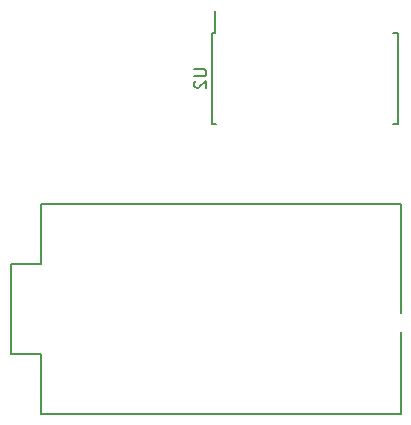
<source format=gbo>
%TF.GenerationSoftware,KiCad,Pcbnew,(6.0.8)*%
%TF.CreationDate,2023-03-19T19:58:51-07:00*%
%TF.ProjectId,Dissatisfaction65,44697373-6174-4697-9366-616374696f6e,rev?*%
%TF.SameCoordinates,Original*%
%TF.FileFunction,Legend,Bot*%
%TF.FilePolarity,Positive*%
%FSLAX46Y46*%
G04 Gerber Fmt 4.6, Leading zero omitted, Abs format (unit mm)*
G04 Created by KiCad (PCBNEW (6.0.8)) date 2023-03-19 19:58:51*
%MOMM*%
%LPD*%
G01*
G04 APERTURE LIST*
%ADD10C,0.150000*%
%ADD11R,1.600000X1.600000*%
%ADD12C,1.600000*%
%ADD13O,1.600000X1.600000*%
%ADD14C,3.987800*%
%ADD15C,1.750000*%
%ADD16C,2.250000*%
%ADD17C,3.048000*%
%ADD18R,2.000000X2.000000*%
%ADD19C,2.000000*%
%ADD20R,2.000000X3.200000*%
%ADD21R,1.700000X1.700000*%
%ADD22O,1.700000X1.700000*%
%ADD23C,1.524000*%
%ADD24R,0.600000X2.000000*%
G04 APERTURE END LIST*
D10*
X31800380Y-23750095D02*
X32609904Y-23750095D01*
X32705142Y-23797714D01*
X32752761Y-23845333D01*
X32800380Y-23940571D01*
X32800380Y-24131047D01*
X32752761Y-24226285D01*
X32705142Y-24273904D01*
X32609904Y-24321523D01*
X31800380Y-24321523D01*
X31895619Y-24750095D02*
X31848000Y-24797714D01*
X31800380Y-24892952D01*
X31800380Y-25131047D01*
X31848000Y-25226285D01*
X31895619Y-25273904D01*
X31990857Y-25321523D01*
X32086095Y-25321523D01*
X32228952Y-25273904D01*
X32800380Y-24702476D01*
X32800380Y-25321523D01*
X33548000Y-20637000D02*
X33548000Y-18812000D01*
X33273000Y-20637000D02*
X33273000Y-28387000D01*
X49023000Y-28387000D02*
X48658000Y-28387000D01*
X33273000Y-28387000D02*
X33638000Y-28387000D01*
X49023000Y-20637000D02*
X49023000Y-28387000D01*
X49023000Y-20637000D02*
X48658000Y-20637000D01*
X33273000Y-20637000D02*
X33548000Y-20637000D01*
X49270000Y-52920000D02*
X49270000Y-35140000D01*
X18790000Y-47840000D02*
X18790000Y-52920000D01*
X16250000Y-47840000D02*
X18790000Y-47840000D01*
X16250000Y-40220000D02*
X16250000Y-47840000D01*
X18790000Y-40220000D02*
X16250000Y-40220000D01*
X18790000Y-35140000D02*
X18790000Y-40220000D01*
X18790000Y-35140000D02*
X49270000Y-35140000D01*
X18790000Y-52920000D02*
X49270000Y-52920000D01*
D11*
X20060000Y-36410000D03*
D12*
X22600000Y-36410000D03*
X25140000Y-36410000D03*
X27680000Y-36410000D03*
X30220000Y-36410000D03*
X32760000Y-36410000D03*
X35300000Y-36410000D03*
X37840000Y-36410000D03*
X40380000Y-36410000D03*
X42920000Y-36410000D03*
X45460000Y-36410000D03*
X48000000Y-36410000D03*
X48000000Y-51650000D03*
X45460000Y-51650000D03*
X42920000Y-51650000D03*
X40380000Y-51650000D03*
X37840000Y-51650000D03*
X35300000Y-51650000D03*
X32760000Y-51650000D03*
X30220000Y-51650000D03*
X27680000Y-51650000D03*
X25140000Y-51650000D03*
X22600000Y-51650000D03*
X20060000Y-51650000D03*
%LPC*%
D11*
X34925000Y-49212500D03*
D13*
X34925000Y-41592500D03*
D11*
X53975000Y-49212500D03*
D13*
X53975000Y-41592500D03*
D11*
X73025000Y-49212500D03*
D13*
X73025000Y-41592500D03*
D11*
X92075000Y-49212500D03*
D13*
X92075000Y-41592500D03*
D11*
X111125000Y-49212500D03*
D13*
X111125000Y-41592500D03*
D11*
X130175000Y-49212500D03*
D13*
X130175000Y-41592500D03*
D11*
X149225000Y-49212500D03*
D13*
X149225000Y-41592500D03*
D11*
X168275000Y-49212500D03*
D13*
X168275000Y-41592500D03*
D11*
X187325000Y-49212500D03*
D13*
X187325000Y-41592500D03*
D11*
X206375000Y-49212500D03*
D13*
X206375000Y-41592500D03*
D11*
X225425000Y-49212500D03*
D13*
X225425000Y-41592500D03*
D11*
X244475000Y-49212500D03*
D13*
X244475000Y-41592500D03*
D11*
X263525000Y-49212500D03*
D13*
X263525000Y-41592500D03*
D11*
X301625000Y-49212500D03*
D13*
X301625000Y-41592500D03*
D11*
X42068750Y-68262500D03*
D13*
X42068750Y-60642500D03*
D11*
X63500000Y-68262500D03*
D13*
X63500000Y-60642500D03*
D11*
X82550000Y-68262500D03*
D13*
X82550000Y-60642500D03*
D11*
X101600000Y-68262500D03*
D13*
X101600000Y-60642500D03*
D11*
X120650000Y-68262500D03*
D13*
X120650000Y-60642500D03*
D11*
X139700000Y-68262500D03*
D13*
X139700000Y-60642500D03*
D11*
X158750000Y-68262500D03*
D13*
X158750000Y-60642500D03*
D11*
X177800000Y-68262500D03*
D13*
X177800000Y-60642500D03*
D11*
X196850000Y-68262500D03*
D13*
X196850000Y-60642500D03*
D11*
X215900000Y-68262500D03*
D13*
X215900000Y-60642500D03*
D11*
X234950000Y-68262500D03*
D13*
X234950000Y-60642500D03*
D11*
X254000000Y-68262500D03*
D13*
X254000000Y-60642500D03*
D11*
X273050000Y-68262500D03*
D13*
X273050000Y-60642500D03*
D11*
X301625000Y-68262500D03*
D13*
X301625000Y-60642500D03*
D11*
X311150000Y-68262500D03*
D13*
X311150000Y-60642500D03*
D11*
X44450000Y-87312500D03*
D13*
X44450000Y-79692500D03*
D11*
X68262500Y-87312500D03*
D13*
X68262500Y-79692500D03*
D11*
X87312500Y-87312500D03*
D13*
X87312500Y-79692500D03*
D11*
X106362500Y-87312500D03*
D13*
X106362500Y-79692500D03*
D11*
X125412500Y-87312500D03*
D13*
X125412500Y-79692500D03*
D11*
X144462500Y-87312500D03*
D13*
X144462500Y-79692500D03*
D11*
X163512500Y-87312500D03*
D13*
X163512500Y-79692500D03*
D11*
X182562500Y-87312500D03*
D13*
X182562500Y-79692500D03*
D11*
X201612500Y-87312500D03*
D13*
X201612500Y-79692500D03*
D11*
X220662500Y-87312500D03*
D13*
X220662500Y-79692500D03*
D11*
X239712500Y-87312500D03*
D13*
X239712500Y-79692500D03*
D11*
X258762500Y-87312500D03*
D13*
X258762500Y-79692500D03*
D11*
X301625000Y-87312500D03*
D13*
X301625000Y-79692500D03*
D11*
X311150000Y-87312500D03*
D13*
X311150000Y-79692500D03*
D11*
X56356250Y-106362500D03*
D13*
X56356250Y-98742500D03*
D11*
X77787500Y-106362500D03*
D13*
X77787500Y-98742500D03*
D11*
X96837500Y-106362500D03*
D13*
X96837500Y-98742500D03*
D11*
X115887500Y-106362500D03*
D13*
X115887500Y-98742500D03*
D11*
X134937500Y-106362500D03*
D13*
X134937500Y-98742500D03*
D11*
X153987500Y-106362500D03*
D13*
X153987500Y-98742500D03*
D11*
X173037500Y-106362500D03*
D13*
X173037500Y-98742500D03*
D11*
X192087500Y-106362500D03*
D13*
X192087500Y-98742500D03*
D11*
X211137500Y-106362500D03*
D13*
X211137500Y-98742500D03*
D11*
X230187500Y-106362500D03*
D13*
X230187500Y-98742500D03*
D11*
X249237500Y-106362500D03*
D13*
X249237500Y-98742500D03*
D11*
X277812500Y-106362500D03*
D13*
X277812500Y-98742500D03*
D11*
X306387500Y-106362500D03*
D13*
X306387500Y-98742500D03*
D11*
X311150000Y-106362500D03*
D13*
X311150000Y-98742500D03*
D11*
X39687500Y-125412500D03*
D13*
X39687500Y-117792500D03*
D11*
X63500000Y-125412500D03*
D13*
X63500000Y-117792500D03*
D11*
X87312500Y-125412500D03*
D13*
X87312500Y-117792500D03*
D11*
X158750000Y-125412500D03*
D13*
X158750000Y-117792500D03*
D11*
X225425000Y-125412500D03*
D13*
X225425000Y-117792500D03*
D11*
X244475000Y-125412500D03*
D13*
X244475000Y-117792500D03*
D11*
X263525000Y-125412500D03*
D13*
X263525000Y-117792500D03*
D11*
X287337500Y-130175000D03*
D13*
X287337500Y-122555000D03*
D11*
X306387500Y-130175000D03*
D13*
X306387500Y-122555000D03*
D11*
X325437500Y-130175000D03*
D13*
X325437500Y-122555000D03*
D14*
X201612500Y-102393750D03*
D15*
X206692500Y-102393750D03*
X196532500Y-102393750D03*
D16*
X197802500Y-99853750D03*
X204152500Y-97313750D03*
D14*
X220662500Y-102393750D03*
D15*
X225742500Y-102393750D03*
X215582500Y-102393750D03*
D16*
X216852500Y-99853750D03*
X223202500Y-97313750D03*
D14*
X215900000Y-45243750D03*
D15*
X220980000Y-45243750D03*
X210820000Y-45243750D03*
D16*
X212090000Y-42703750D03*
X218440000Y-40163750D03*
D15*
X49530000Y-45243750D03*
D14*
X44450000Y-45243750D03*
D15*
X39370000Y-45243750D03*
D16*
X40640000Y-42703750D03*
X46990000Y-40163750D03*
D14*
X63500000Y-45243750D03*
D15*
X58420000Y-45243750D03*
X68580000Y-45243750D03*
D16*
X59690000Y-42703750D03*
X66040000Y-40163750D03*
D15*
X77470000Y-45243750D03*
X87630000Y-45243750D03*
D14*
X82550000Y-45243750D03*
D16*
X78740000Y-42703750D03*
X85090000Y-40163750D03*
D15*
X96520000Y-45243750D03*
X106680000Y-45243750D03*
D14*
X101600000Y-45243750D03*
D16*
X97790000Y-42703750D03*
X104140000Y-40163750D03*
D14*
X120650000Y-45243750D03*
D15*
X115570000Y-45243750D03*
X125730000Y-45243750D03*
D16*
X116840000Y-42703750D03*
X123190000Y-40163750D03*
D15*
X134620000Y-45243750D03*
D14*
X139700000Y-45243750D03*
D15*
X144780000Y-45243750D03*
D16*
X135890000Y-42703750D03*
X142240000Y-40163750D03*
D14*
X158750000Y-45243750D03*
D15*
X163830000Y-45243750D03*
X153670000Y-45243750D03*
D16*
X154940000Y-42703750D03*
X161290000Y-40163750D03*
D15*
X172720000Y-45243750D03*
D14*
X177800000Y-45243750D03*
D15*
X182880000Y-45243750D03*
D16*
X173990000Y-42703750D03*
X180340000Y-40163750D03*
D15*
X191770000Y-45243750D03*
X201930000Y-45243750D03*
D14*
X196850000Y-45243750D03*
D16*
X193040000Y-42703750D03*
X199390000Y-40163750D03*
D15*
X254317500Y-83343750D03*
X244157500Y-83343750D03*
D14*
X249237500Y-83343750D03*
D16*
X245427500Y-80803750D03*
X251777500Y-78263750D03*
D14*
X234950000Y-45243750D03*
D15*
X229870000Y-45243750D03*
X240030000Y-45243750D03*
D16*
X231140000Y-42703750D03*
X237490000Y-40163750D03*
D15*
X234632500Y-102393750D03*
D14*
X239712500Y-102393750D03*
D15*
X244792500Y-102393750D03*
D16*
X235902500Y-99853750D03*
X242252500Y-97313750D03*
D14*
X230187500Y-83343750D03*
D15*
X235267500Y-83343750D03*
X225107500Y-83343750D03*
D16*
X226377500Y-80803750D03*
X232727500Y-78263750D03*
D15*
X259080000Y-45243750D03*
D14*
X254000000Y-45243750D03*
D15*
X248920000Y-45243750D03*
D16*
X250190000Y-42703750D03*
X256540000Y-40163750D03*
D15*
X239395000Y-64293750D03*
X249555000Y-64293750D03*
D14*
X244475000Y-64293750D03*
D16*
X240665000Y-61753750D03*
X247015000Y-59213750D03*
D14*
X287337500Y-64293750D03*
D15*
X292417500Y-64293750D03*
X282257500Y-64293750D03*
D16*
X283527500Y-61753750D03*
X289877500Y-59213750D03*
D14*
X263525000Y-64293750D03*
D15*
X258445000Y-64293750D03*
X268605000Y-64293750D03*
D16*
X259715000Y-61753750D03*
X266065000Y-59213750D03*
D14*
X58737500Y-83343750D03*
D15*
X63817500Y-83343750D03*
X53657500Y-83343750D03*
D16*
X54927500Y-80803750D03*
X61277500Y-78263750D03*
D15*
X139382500Y-102393750D03*
D14*
X144462500Y-102393750D03*
D15*
X149542500Y-102393750D03*
D16*
X140652500Y-99853750D03*
X147002500Y-97313750D03*
D17*
X294481250Y-38258750D03*
D15*
X277495000Y-45243750D03*
D17*
X270668750Y-38258750D03*
D14*
X282575000Y-45243750D03*
X270668750Y-53498750D03*
D15*
X287655000Y-45243750D03*
D14*
X294481250Y-53498750D03*
D16*
X278765000Y-42703750D03*
X285115000Y-40163750D03*
D15*
X111442500Y-102393750D03*
X101282500Y-102393750D03*
D14*
X106362500Y-102393750D03*
D16*
X102552500Y-99853750D03*
X108902500Y-97313750D03*
D15*
X37623750Y-83343750D03*
D14*
X32543750Y-83343750D03*
D15*
X27463750Y-83343750D03*
D16*
X28733750Y-80803750D03*
X35083750Y-78263750D03*
D15*
X101917500Y-83343750D03*
X91757500Y-83343750D03*
D14*
X96837500Y-83343750D03*
D16*
X93027500Y-80803750D03*
X99377500Y-78263750D03*
D15*
X315595000Y-64293750D03*
X325755000Y-64293750D03*
D14*
X320675000Y-64293750D03*
D16*
X316865000Y-61753750D03*
X323215000Y-59213750D03*
D14*
X296862500Y-126206250D03*
D15*
X301942500Y-126206250D03*
X291782500Y-126206250D03*
D16*
X293052500Y-123666250D03*
X299402500Y-121126250D03*
D15*
X97155000Y-64293750D03*
X86995000Y-64293750D03*
D14*
X92075000Y-64293750D03*
D16*
X88265000Y-61753750D03*
X94615000Y-59213750D03*
D14*
X320675000Y-102393750D03*
D15*
X325755000Y-102393750D03*
X315595000Y-102393750D03*
D16*
X316865000Y-99853750D03*
X323215000Y-97313750D03*
D14*
X280193750Y-83343750D03*
X292100000Y-91598750D03*
D15*
X285273750Y-83343750D03*
D17*
X268287500Y-76358750D03*
D15*
X275113750Y-83343750D03*
D17*
X292100000Y-76358750D03*
D14*
X268287500Y-91598750D03*
D16*
X276383750Y-80803750D03*
X282733750Y-78263750D03*
D14*
X25400000Y-45243750D03*
D15*
X20320000Y-45243750D03*
X30480000Y-45243750D03*
D16*
X21590000Y-42703750D03*
X27940000Y-40163750D03*
D15*
X110807500Y-83343750D03*
D14*
X115887500Y-83343750D03*
D15*
X120967500Y-83343750D03*
D16*
X112077500Y-80803750D03*
X118427500Y-78263750D03*
D15*
X229870000Y-121443750D03*
D14*
X234950000Y-121443750D03*
D15*
X240030000Y-121443750D03*
D16*
X231140000Y-118903750D03*
X237490000Y-116363750D03*
D15*
X140017500Y-83343750D03*
D14*
X134937500Y-83343750D03*
D15*
X129857500Y-83343750D03*
D16*
X131127500Y-80803750D03*
X137477500Y-78263750D03*
D15*
X159067500Y-83343750D03*
X148907500Y-83343750D03*
D14*
X153987500Y-83343750D03*
D16*
X150177500Y-80803750D03*
X156527500Y-78263750D03*
D15*
X325755000Y-83343750D03*
X315595000Y-83343750D03*
D14*
X320675000Y-83343750D03*
D16*
X316865000Y-80803750D03*
X323215000Y-78263750D03*
D15*
X182245000Y-64293750D03*
X192405000Y-64293750D03*
D14*
X187325000Y-64293750D03*
D16*
X183515000Y-61753750D03*
X189865000Y-59213750D03*
D15*
X167957500Y-83343750D03*
X178117500Y-83343750D03*
D14*
X173037500Y-83343750D03*
D16*
X169227500Y-80803750D03*
X175577500Y-78263750D03*
D14*
X192087500Y-83343750D03*
D15*
X197167500Y-83343750D03*
X187007500Y-83343750D03*
D16*
X188277500Y-80803750D03*
X194627500Y-78263750D03*
D15*
X216217500Y-83343750D03*
D14*
X211137500Y-83343750D03*
D15*
X206057500Y-83343750D03*
D16*
X207327500Y-80803750D03*
X213677500Y-78263750D03*
D15*
X70326250Y-121443750D03*
D14*
X75406250Y-121443750D03*
D15*
X80486250Y-121443750D03*
D16*
X71596250Y-118903750D03*
X77946250Y-116363750D03*
D15*
X32861250Y-121443750D03*
X22701250Y-121443750D03*
D14*
X27781250Y-121443750D03*
D16*
X23971250Y-118903750D03*
X30321250Y-116363750D03*
D15*
X272732500Y-126206250D03*
X282892500Y-126206250D03*
D14*
X277812500Y-126206250D03*
D16*
X274002500Y-123666250D03*
X280352500Y-121126250D03*
D15*
X32226250Y-102393750D03*
D14*
X25400000Y-110648750D03*
D17*
X49212500Y-95408750D03*
D15*
X42386250Y-102393750D03*
D14*
X37306250Y-102393750D03*
D17*
X25400000Y-95408750D03*
D14*
X49212500Y-110648750D03*
D16*
X33496250Y-99853750D03*
X39846250Y-97313750D03*
D14*
X182562500Y-102393750D03*
D15*
X177482500Y-102393750D03*
X187642500Y-102393750D03*
D16*
X178752500Y-99853750D03*
X185102500Y-97313750D03*
D15*
X158432500Y-102393750D03*
D14*
X163512500Y-102393750D03*
D15*
X168592500Y-102393750D03*
D16*
X159702500Y-99853750D03*
X166052500Y-97313750D03*
D14*
X206375000Y-64293750D03*
D15*
X201295000Y-64293750D03*
X211455000Y-64293750D03*
D16*
X202565000Y-61753750D03*
X208915000Y-59213750D03*
D14*
X225425000Y-64293750D03*
D15*
X220345000Y-64293750D03*
X230505000Y-64293750D03*
D16*
X221615000Y-61753750D03*
X227965000Y-59213750D03*
D15*
X48895000Y-64293750D03*
D14*
X53975000Y-64293750D03*
D15*
X59055000Y-64293750D03*
D16*
X50165000Y-61753750D03*
X56515000Y-59213750D03*
D15*
X116205000Y-64293750D03*
D14*
X111125000Y-64293750D03*
D15*
X106045000Y-64293750D03*
D16*
X107315000Y-61753750D03*
X113665000Y-59213750D03*
D15*
X210820000Y-121443750D03*
X220980000Y-121443750D03*
D14*
X215900000Y-121443750D03*
D16*
X212090000Y-118903750D03*
X218440000Y-116363750D03*
D14*
X254000000Y-121443750D03*
D15*
X248920000Y-121443750D03*
X259080000Y-121443750D03*
D16*
X250190000Y-118903750D03*
X256540000Y-116363750D03*
D15*
X310832500Y-126206250D03*
D14*
X315912500Y-126206250D03*
D15*
X320992500Y-126206250D03*
D16*
X312102500Y-123666250D03*
X318452500Y-121126250D03*
D15*
X260826250Y-102393750D03*
D14*
X265906250Y-102393750D03*
D15*
X270986250Y-102393750D03*
D16*
X262096250Y-99853750D03*
X268446250Y-97313750D03*
D14*
X77787500Y-83343750D03*
D15*
X82867500Y-83343750D03*
X72707500Y-83343750D03*
D16*
X73977500Y-80803750D03*
X80327500Y-78263750D03*
D14*
X96843850Y-113188750D03*
D17*
X96843850Y-128428750D03*
D15*
X141763750Y-121443750D03*
D14*
X196843650Y-113188750D03*
D17*
X196843650Y-128428750D03*
D15*
X151923750Y-121443750D03*
D14*
X146843750Y-121443750D03*
D16*
X143033750Y-118903750D03*
X149383750Y-116363750D03*
D14*
X130175000Y-64293750D03*
D15*
X135255000Y-64293750D03*
X125095000Y-64293750D03*
D16*
X126365000Y-61753750D03*
X132715000Y-59213750D03*
D14*
X30162500Y-64293750D03*
D15*
X25082500Y-64293750D03*
X35242500Y-64293750D03*
D16*
X26352500Y-61753750D03*
X32702500Y-59213750D03*
D15*
X173355000Y-64293750D03*
D14*
X168275000Y-64293750D03*
D15*
X163195000Y-64293750D03*
D16*
X164465000Y-61753750D03*
X170815000Y-59213750D03*
D15*
X301942500Y-107156250D03*
D14*
X296862500Y-107156250D03*
D15*
X291782500Y-107156250D03*
D16*
X293052500Y-104616250D03*
X299402500Y-102076250D03*
D15*
X130492500Y-102393750D03*
D14*
X125412500Y-102393750D03*
D15*
X120332500Y-102393750D03*
D16*
X121602500Y-99853750D03*
X127952500Y-97313750D03*
D14*
X73025000Y-64293750D03*
D15*
X67945000Y-64293750D03*
X78105000Y-64293750D03*
D16*
X69215000Y-61753750D03*
X75565000Y-59213750D03*
D15*
X46513750Y-121443750D03*
D14*
X51593750Y-121443750D03*
D15*
X56673750Y-121443750D03*
D16*
X47783750Y-118903750D03*
X54133750Y-116363750D03*
D15*
X82232500Y-102393750D03*
X92392500Y-102393750D03*
D14*
X87312500Y-102393750D03*
D16*
X83502500Y-99853750D03*
X89852500Y-97313750D03*
D15*
X154305000Y-64293750D03*
X144145000Y-64293750D03*
D14*
X149225000Y-64293750D03*
D16*
X145415000Y-61753750D03*
X151765000Y-59213750D03*
D15*
X63182500Y-102393750D03*
X73342500Y-102393750D03*
D14*
X68262500Y-102393750D03*
D16*
X64452500Y-99853750D03*
X70802500Y-97313750D03*
D18*
X318008000Y-47752000D03*
D19*
X323008000Y-47752000D03*
X320508000Y-47752000D03*
D20*
X326108000Y-40252000D03*
X314908000Y-40252000D03*
D19*
X323008000Y-33252000D03*
X318008000Y-33252000D03*
D21*
X59200000Y-24600000D03*
D22*
X56660000Y-24600000D03*
D23*
X18250000Y-20090000D03*
X18250000Y-22630000D03*
X18250000Y-25170000D03*
X18250000Y-27710000D03*
D24*
X34163000Y-19812000D03*
X35433000Y-19812000D03*
X36703000Y-19812000D03*
X37973000Y-19812000D03*
X39243000Y-19812000D03*
X40513000Y-19812000D03*
X41783000Y-19812000D03*
X43053000Y-19812000D03*
X44323000Y-19812000D03*
X45593000Y-19812000D03*
X46863000Y-19812000D03*
X48133000Y-19812000D03*
X48133000Y-29212000D03*
X46863000Y-29212000D03*
X45593000Y-29212000D03*
X44323000Y-29212000D03*
X43053000Y-29212000D03*
X41783000Y-29212000D03*
X40513000Y-29212000D03*
X39243000Y-29212000D03*
X37973000Y-29212000D03*
X36703000Y-29212000D03*
X35433000Y-29212000D03*
X34163000Y-29212000D03*
D11*
X20060000Y-36410000D03*
D12*
X22600000Y-36410000D03*
X25140000Y-36410000D03*
X27680000Y-36410000D03*
X30220000Y-36410000D03*
X32760000Y-36410000D03*
X35300000Y-36410000D03*
X37840000Y-36410000D03*
X40380000Y-36410000D03*
X42920000Y-36410000D03*
X45460000Y-36410000D03*
X48000000Y-36410000D03*
X48000000Y-51650000D03*
X45460000Y-51650000D03*
X42920000Y-51650000D03*
X40380000Y-51650000D03*
X37840000Y-51650000D03*
X35300000Y-51650000D03*
X32760000Y-51650000D03*
X30220000Y-51650000D03*
X27680000Y-51650000D03*
X25140000Y-51650000D03*
X22600000Y-51650000D03*
X20060000Y-51650000D03*
M02*

</source>
